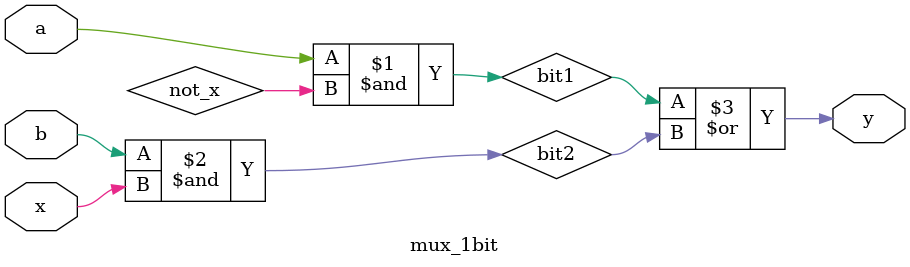
<source format=v>
module mux_1bit(
	input a,
	input b,
	input x,
	output y
	);
	
	wire not_x;
	wire bit1;
	wire bit2;
	
	not not1 (not_, x);
	and and1 (bit1, a, not_x);
	and and2 (bit2, b, x);
	or  or1  (y, bit1, bit2);

endmodule	
</source>
